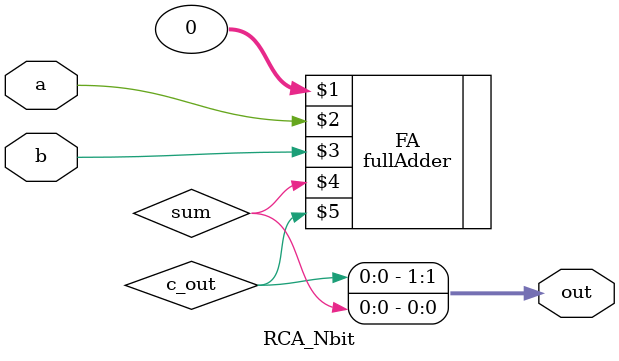
<source format=v>
`timescale 1ns / 1ps

module RCA_Nbit #(parameter n = 1) (
        input [n-1:0] a,
        input [n-1:0] b,
        output [n:0] out
    );
    
    wire [n-1:0] sum;
    wire [n-1:0] c_out;
    
    genvar i;
    fullAdder FA(0, a[0], b[0], sum[0], c_out[0]);    // Hardwire c_in to 0
    generate
        for (i = 1; i < n; i = i + 1) begin
            fullAdder fa(c_out[i-1], a[i], b[i], sum[i], c_out[i]);
        end
    endgenerate
    
    assign out = {c_out[n-1], sum};
endmodule

</source>
